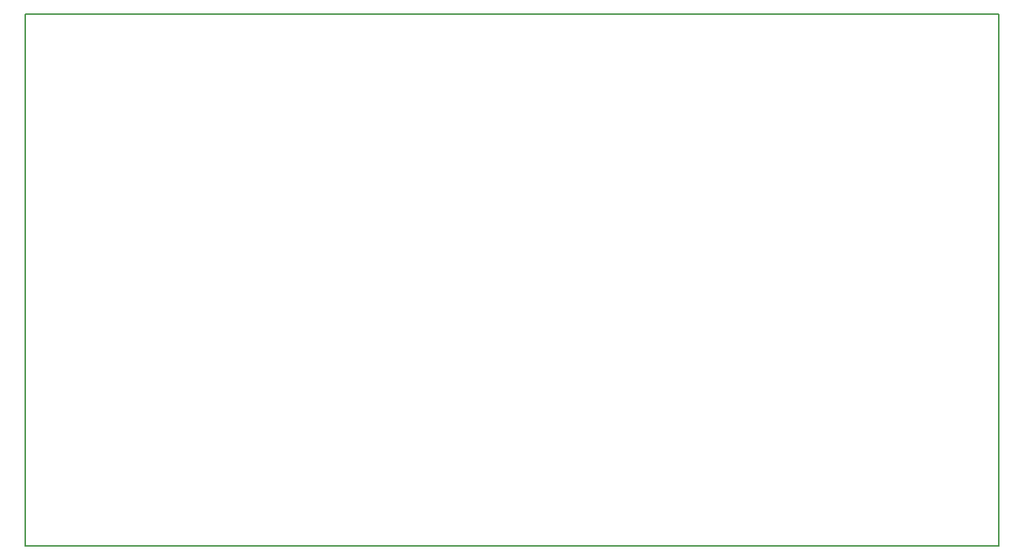
<source format=gbr>
%FSLAX46Y46*%
G04 Gerber Fmt 4.6, Leading zero omitted, Abs format (unit mm)*
G04 Created by KiCad (PCBNEW (2014-08-12 BZR 5067)-product) date mar 26 ago 2014 17:36:39 ART*
%MOMM*%
G01*
G04 APERTURE LIST*
%ADD10C,0.150000*%
%ADD11C,0.149860*%
G04 APERTURE END LIST*
D10*
D11*
X92424250Y-70135750D02*
X203549250Y-70135750D01*
X92424250Y-130841750D02*
X92424250Y-70135750D01*
X203549250Y-130841750D02*
X92424250Y-130841750D01*
X203549250Y-70135750D02*
X203549250Y-130841750D01*
M02*

</source>
